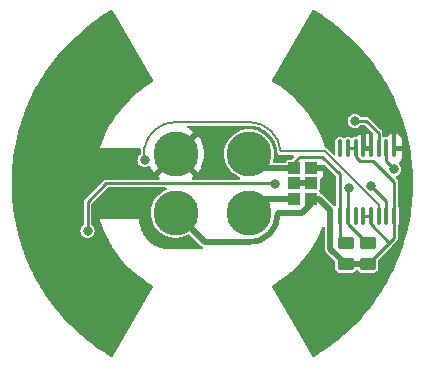
<source format=gbr>
%TF.GenerationSoftware,KiCad,Pcbnew,(7.0.0)*%
%TF.CreationDate,2024-02-03T20:32:24+01:00*%
%TF.ProjectId,Helios_rcv_01xx,48656c69-6f73-45f7-9263-765f30317878,rev?*%
%TF.SameCoordinates,PX9d5b340PY5f5e100*%
%TF.FileFunction,Copper,L2,Bot*%
%TF.FilePolarity,Positive*%
%FSLAX46Y46*%
G04 Gerber Fmt 4.6, Leading zero omitted, Abs format (unit mm)*
G04 Created by KiCad (PCBNEW (7.0.0)) date 2024-02-03 20:32:24*
%MOMM*%
%LPD*%
G01*
G04 APERTURE LIST*
G04 Aperture macros list*
%AMRoundRect*
0 Rectangle with rounded corners*
0 $1 Rounding radius*
0 $2 $3 $4 $5 $6 $7 $8 $9 X,Y pos of 4 corners*
0 Add a 4 corners polygon primitive as box body*
4,1,4,$2,$3,$4,$5,$6,$7,$8,$9,$2,$3,0*
0 Add four circle primitives for the rounded corners*
1,1,$1+$1,$2,$3*
1,1,$1+$1,$4,$5*
1,1,$1+$1,$6,$7*
1,1,$1+$1,$8,$9*
0 Add four rect primitives between the rounded corners*
20,1,$1+$1,$2,$3,$4,$5,0*
20,1,$1+$1,$4,$5,$6,$7,0*
20,1,$1+$1,$6,$7,$8,$9,0*
20,1,$1+$1,$8,$9,$2,$3,0*%
G04 Aperture macros list end*
%TA.AperFunction,SMDPad,CuDef*%
%ADD10RoundRect,0.250000X0.450000X-0.262500X0.450000X0.262500X-0.450000X0.262500X-0.450000X-0.262500X0*%
%TD*%
%TA.AperFunction,SMDPad,CuDef*%
%ADD11R,1.000000X1.000000*%
%TD*%
%TA.AperFunction,SMDPad,CuDef*%
%ADD12RoundRect,0.100000X-0.100000X0.637500X-0.100000X-0.637500X0.100000X-0.637500X0.100000X0.637500X0*%
%TD*%
%TA.AperFunction,ComponentPad*%
%ADD13C,3.800000*%
%TD*%
%TA.AperFunction,ViaPad*%
%ADD14C,0.800000*%
%TD*%
%TA.AperFunction,Conductor*%
%ADD15C,0.250000*%
%TD*%
%TA.AperFunction,Conductor*%
%ADD16C,0.500000*%
%TD*%
%TA.AperFunction,Conductor*%
%ADD17C,0.200000*%
%TD*%
G04 APERTURE END LIST*
D10*
%TO.P,R5,1*%
%TO.N,VCC*%
X13150000Y-6862500D03*
%TO.P,R5,2*%
%TO.N,SDA*%
X13150000Y-5037500D03*
%TD*%
D11*
%TO.P,JP2,1,A*%
%TO.N,SCL*%
X6949999Y1299999D03*
%TO.P,JP2,2,C*%
%TO.N,Net-(JP1-C)*%
X6949999Y0D03*
%TO.P,JP2,3,B*%
%TO.N,SDA*%
X6949999Y-1299999D03*
%TD*%
D12*
%TO.P,U2,1,A0*%
%TO.N,unconnected-(U2-A0-Pad1)*%
X10825000Y2962500D03*
%TO.P,U2,2,A1*%
%TO.N,VCC*%
X11475000Y2962500D03*
%TO.P,U2,3,~{RESET}*%
X12125000Y2962500D03*
%TO.P,U2,4,DGND*%
%TO.N,GND*%
X12775000Y2962500D03*
%TO.P,U2,5,AVSS*%
X13425000Y2962500D03*
%TO.P,U2,6,AIN3*%
%TO.N,F3*%
X14075000Y2962500D03*
%TO.P,U2,7,AIN2*%
%TO.N,F2*%
X14725000Y2962500D03*
%TO.P,U2,8,REFN*%
%TO.N,GND*%
X15375000Y2962500D03*
%TO.P,U2,9,REFP*%
%TO.N,VCC*%
X15375000Y-2762500D03*
%TO.P,U2,10,AIN1*%
%TO.N,F1*%
X14725000Y-2762500D03*
%TO.P,U2,11,AIN0*%
%TO.N,F0*%
X14075000Y-2762500D03*
%TO.P,U2,12,AVDD*%
%TO.N,VCC*%
X13425000Y-2762500D03*
%TO.P,U2,13,DVDD*%
X12775000Y-2762500D03*
%TO.P,U2,14,~{DRDY}*%
%TO.N,unconnected-(U2-~{DRDY}-Pad14)*%
X12125000Y-2762500D03*
%TO.P,U2,15,SDA*%
%TO.N,SDA*%
X11475000Y-2762500D03*
%TO.P,U2,16,SCL*%
%TO.N,SCL*%
X10825000Y-2762500D03*
%TD*%
D10*
%TO.P,R4,1*%
%TO.N,VCC*%
X11300000Y-6862500D03*
%TO.P,R4,2*%
%TO.N,SCL*%
X11300000Y-5037500D03*
%TD*%
D11*
%TO.P,JP1,1,A*%
%TO.N,GND*%
X8382499Y1299999D03*
%TO.P,JP1,2,C*%
%TO.N,Net-(JP1-C)*%
X8382499Y0D03*
%TO.P,JP1,3,B*%
%TO.N,VCC*%
X8382499Y-1299999D03*
%TD*%
D13*
%TO.P,J2,1,Pin_1*%
%TO.N,SCL*%
X3100000Y2500000D03*
%TO.P,J2,2,Pin_2*%
%TO.N,SDA*%
X3100000Y-2500000D03*
%TD*%
%TO.P,J1,1,Pin_1*%
%TO.N,GND*%
X-3100000Y2500000D03*
%TO.P,J1,2,Pin_2*%
%TO.N,VCC*%
X-3100000Y-2500000D03*
%TD*%
D14*
%TO.N,GND*%
X15086000Y5004000D03*
X9879000Y559000D03*
%TO.N,SDA*%
X11549500Y-400500D03*
%TO.N,F0*%
X-5742000Y1956000D03*
%TO.N,F1*%
X-10568000Y-4013000D03*
X5285977Y-19939D03*
X13440372Y-235128D03*
%TO.N,F2*%
X15396000Y1194000D03*
%TO.N,F3*%
X12050000Y5300000D03*
%TD*%
D15*
%TO.N,SCL*%
X6950000Y1800000D02*
X6950000Y1300000D01*
X10825000Y756000D02*
X9306000Y2275000D01*
X10825000Y-2762500D02*
X10825000Y756000D01*
X7425000Y2275000D02*
X6950000Y1800000D01*
X10825000Y-2762500D02*
X10825000Y-4562500D01*
D16*
X4300000Y1300000D02*
X3100000Y2500000D01*
D15*
X10825000Y-4562500D02*
X11300000Y-5037500D01*
D16*
X6950000Y1300000D02*
X4300000Y1300000D01*
D15*
X9306000Y2275000D02*
X7425000Y2275000D01*
D16*
%TO.N,SDA*%
X6950000Y-1300000D02*
X4300000Y-1300000D01*
D15*
X13061459Y-5037500D02*
X13150000Y-5037500D01*
X11475000Y-2762500D02*
X11475000Y-3451041D01*
X11549500Y-400500D02*
X11475000Y-475000D01*
X11475000Y-3451041D02*
X13061459Y-5037500D01*
D16*
X4300000Y-1300000D02*
X3100000Y-2500000D01*
D15*
X11475000Y-475000D02*
X11475000Y-2762500D01*
D16*
%TO.N,Net-(JP1-C)*%
X6950000Y0D02*
X8382500Y0D01*
%TO.N,VCC*%
X9050000Y-1300000D02*
X10000000Y-2250000D01*
D15*
X14981250Y-5007291D02*
X14981250Y-5031250D01*
D16*
X-3100000Y-2500000D02*
X-600000Y-5000000D01*
X7600000Y-2550000D02*
X5550000Y-2550000D01*
D15*
X15375000Y-2762500D02*
X15375000Y-4637500D01*
X12125000Y2962500D02*
X12125000Y2273959D01*
D16*
X10000000Y-5562500D02*
X11300000Y-6862500D01*
D15*
X15375000Y143000D02*
X15375000Y-2762500D01*
X15375000Y-4637500D02*
X14981250Y-5031250D01*
D16*
X11300000Y-6862500D02*
X13150000Y-6862500D01*
D15*
X13425000Y-2762500D02*
X13425000Y-3451041D01*
X14981250Y-5031250D02*
X13150000Y-6862500D01*
X13425000Y-3451041D02*
X14981250Y-5007291D01*
D16*
X8382500Y-1300000D02*
X8382500Y-1767500D01*
X10000000Y-2250000D02*
X10000000Y-5562500D01*
D15*
X13618000Y1900000D02*
X15375000Y143000D01*
X12775000Y-2762500D02*
X13425000Y-2762500D01*
X12125000Y2962500D02*
X11475000Y2962500D01*
D16*
X8382500Y-1300000D02*
X9050000Y-1300000D01*
D15*
X12498959Y1900000D02*
X13618000Y1900000D01*
D16*
X-600000Y-5000000D02*
X3100000Y-5000000D01*
X8382500Y-1767500D02*
X7600000Y-2550000D01*
D15*
X12125000Y2273959D02*
X12498959Y1900000D01*
D16*
X3100000Y-5000000D02*
G75*
G03*
X5550000Y-2550000I0J2450000D01*
G01*
D17*
%TO.N,F0*%
X-5758291Y1972291D02*
X-5758291Y2987150D01*
X-5742000Y1956000D02*
X-5758291Y1972291D01*
X-3084006Y5200000D02*
X3100000Y5200000D01*
X14075000Y-1859000D02*
X14075000Y-2762500D01*
X9516000Y2700000D02*
X14075000Y-1859000D01*
X5800000Y2700000D02*
X9516000Y2700000D01*
X-3100000Y5200021D02*
G75*
G03*
X-5758290Y2987150I2000J-2705521D01*
G01*
X5792888Y2695846D02*
G75*
G03*
X3100000Y5200000I-2692888J-195846D01*
G01*
D15*
%TO.N,F1*%
X14725000Y-1519756D02*
X14725000Y-2762500D01*
X5285977Y-19939D02*
X5285977Y-12932D01*
X-8973924Y-5924D02*
X-10568000Y-1600000D01*
X13440372Y-235128D02*
X14725000Y-1519756D01*
X-10568000Y-1600000D02*
X-10568000Y-4013000D01*
X5285977Y-19939D02*
X5271962Y-5924D01*
X5285977Y-12932D02*
X5278969Y-5924D01*
X5271962Y-5924D02*
X-8973924Y-5924D01*
%TO.N,F2*%
X15396000Y1194000D02*
X14725000Y1865000D01*
X14725000Y1865000D02*
X14725000Y2962500D01*
%TO.N,F3*%
X13050000Y5300000D02*
X12050000Y5300000D01*
X14075000Y2962500D02*
X14075000Y4275000D01*
X14075000Y4275000D02*
X13050000Y5300000D01*
%TD*%
%TA.AperFunction,Conductor*%
%TO.N,GND*%
G36*
X-8471056Y14664506D02*
G01*
X-8424854Y14618594D01*
X-5036826Y8739369D01*
X-5020263Y8677355D01*
X-5036927Y8615368D01*
X-5082352Y8570018D01*
X-5219400Y8491045D01*
X-5219430Y8491027D01*
X-5220939Y8490157D01*
X-5222400Y8489201D01*
X-5222418Y8489189D01*
X-5695358Y8179418D01*
X-5695391Y8179396D01*
X-5696846Y8178442D01*
X-5698266Y8177392D01*
X-5698281Y8177381D01*
X-6152766Y7841139D01*
X-6152800Y7841113D01*
X-6154194Y7840081D01*
X-6155533Y7838968D01*
X-6155562Y7838944D01*
X-6590122Y7477316D01*
X-6590134Y7477306D01*
X-6591490Y7476177D01*
X-6592784Y7474970D01*
X-6592794Y7474960D01*
X-7006004Y7089139D01*
X-7006035Y7089109D01*
X-7007312Y7087916D01*
X-7008517Y7086655D01*
X-7008543Y7086629D01*
X-7399088Y6677836D01*
X-7399108Y6677815D01*
X-7400304Y6676562D01*
X-7401432Y6675239D01*
X-7401447Y6675221D01*
X-7768037Y6244804D01*
X-7768053Y6244785D01*
X-7769185Y6243455D01*
X-7770237Y6242068D01*
X-7770260Y6242038D01*
X-8111674Y5791434D01*
X-8112754Y5790008D01*
X-8113744Y5788534D01*
X-8113748Y5788528D01*
X-8428911Y5319158D01*
X-8428922Y5319142D01*
X-8429892Y5317696D01*
X-8430785Y5316188D01*
X-8430786Y5316185D01*
X-8716447Y4833329D01*
X-8719565Y4828059D01*
X-8720359Y4826525D01*
X-8720368Y4826507D01*
X-8980023Y4324253D01*
X-8980829Y4322693D01*
X-8981542Y4321098D01*
X-8981551Y4321078D01*
X-9212115Y3804855D01*
X-9212127Y3804827D01*
X-9212834Y3803243D01*
X-9213452Y3801618D01*
X-9213459Y3801599D01*
X-9410066Y3283928D01*
X-9414823Y3271402D01*
X-9415350Y3269734D01*
X-9415357Y3269713D01*
X-9495704Y3015266D01*
X-9495704Y3015264D01*
X-9500466Y3000183D01*
X-9500541Y3000000D01*
X-9500532Y2999978D01*
X-9500627Y2999674D01*
X-9500175Y2999532D01*
X-9500099Y2999500D01*
X-9500076Y2999500D01*
X-9499674Y2999373D01*
X-9499634Y2999500D01*
X-6200500Y2999500D01*
X-6199901Y2999500D01*
X-6199500Y2999500D01*
X-6199500Y2999901D01*
X-6199459Y3000000D01*
X-6199496Y3000088D01*
X-6199487Y3000257D01*
X-6158599Y3001594D01*
X-6107304Y2978352D01*
X-6071579Y2934821D01*
X-6058791Y2879977D01*
X-6058791Y2530982D01*
X-6071579Y2476138D01*
X-6107305Y2432606D01*
X-6163836Y2389229D01*
X-6163840Y2389226D01*
X-6170282Y2384282D01*
X-6175226Y2377840D01*
X-6175229Y2377836D01*
X-6261589Y2265289D01*
X-6261592Y2265286D01*
X-6266536Y2258841D01*
X-6269645Y2251338D01*
X-6269646Y2251334D01*
X-6323934Y2120272D01*
X-6323936Y2120267D01*
X-6327044Y2112762D01*
X-6328104Y2104711D01*
X-6328106Y2104703D01*
X-6341912Y1999826D01*
X-6347682Y1956000D01*
X-6346621Y1947941D01*
X-6328106Y1807298D01*
X-6328105Y1807292D01*
X-6327044Y1799238D01*
X-6323935Y1791732D01*
X-6323934Y1791729D01*
X-6277608Y1679888D01*
X-6266536Y1653159D01*
X-6170282Y1527718D01*
X-6044841Y1431464D01*
X-5898762Y1370956D01*
X-5742000Y1350318D01*
X-5585238Y1370956D01*
X-5439159Y1431464D01*
X-5422043Y1444599D01*
X-5372184Y1467546D01*
X-5317298Y1466722D01*
X-5268145Y1442283D01*
X-5234359Y1399020D01*
X-5208953Y1345030D01*
X-5205209Y1338219D01*
X-5047570Y1089819D01*
X-5042994Y1083521D01*
X-4975727Y1002210D01*
X-4964425Y994442D01*
X-4952443Y1001112D01*
X-3453553Y2500000D01*
X-2741569Y2500000D01*
X-2734905Y2488458D01*
X-1247559Y1001112D01*
X-1235576Y994442D01*
X-1224277Y1002207D01*
X-1157003Y1083526D01*
X-1152432Y1089818D01*
X-994793Y1338218D01*
X-991051Y1345024D01*
X-865782Y1611235D01*
X-862922Y1618459D01*
X-772010Y1898255D01*
X-770074Y1905794D01*
X-714947Y2194780D01*
X-713973Y2202500D01*
X-695500Y2496106D01*
X-695500Y2503894D01*
X-713973Y2797501D01*
X-714947Y2805221D01*
X-770074Y3094207D01*
X-772010Y3101746D01*
X-862922Y3381542D01*
X-865782Y3388766D01*
X-991051Y3654977D01*
X-994793Y3661783D01*
X-1152431Y3910182D01*
X-1157007Y3916480D01*
X-1224275Y3997792D01*
X-1235577Y4005560D01*
X-1247559Y3998890D01*
X-2734905Y2511543D01*
X-2741569Y2500000D01*
X-3453553Y2500000D01*
X-3100000Y2853553D01*
X-1596073Y4357482D01*
X-1590169Y4366706D01*
X-1597440Y4374889D01*
X-1808321Y4528103D01*
X-1814885Y4532268D01*
X-2059666Y4666838D01*
X-2106261Y4711710D01*
X-2123918Y4773942D01*
X-2107831Y4836598D01*
X-2062377Y4882627D01*
X-1999928Y4899500D01*
X3052405Y4899500D01*
X3096430Y4899500D01*
X3103571Y4899294D01*
X3368790Y4883995D01*
X3382950Y4882356D01*
X3641142Y4837273D01*
X3655031Y4834013D01*
X3906314Y4759543D01*
X3919743Y4754706D01*
X4160800Y4651832D01*
X4173576Y4645486D01*
X4320962Y4561371D01*
X4401190Y4515584D01*
X4413167Y4507802D01*
X4624337Y4352585D01*
X4635339Y4343478D01*
X4748147Y4238575D01*
X4827256Y4165011D01*
X4837138Y4154698D01*
X4860596Y4127210D01*
X4955204Y4016346D01*
X5007259Y3955348D01*
X5015887Y3943970D01*
X5152919Y3739842D01*
X5161956Y3726381D01*
X5169220Y3714086D01*
X5181501Y3690262D01*
X5289304Y3481133D01*
X5295106Y3468082D01*
X5387602Y3222876D01*
X5391865Y3209244D01*
X5455551Y2955027D01*
X5458218Y2940996D01*
X5492717Y2677571D01*
X5493440Y2670465D01*
X5495873Y2637007D01*
X5496632Y2626580D01*
X5532536Y2538422D01*
X5551598Y2515833D01*
X5568523Y2495775D01*
X5593925Y2465673D01*
X5674790Y2415456D01*
X5767216Y2392685D01*
X5856421Y2399174D01*
X5865416Y2399500D01*
X6789811Y2399500D01*
X6846106Y2385985D01*
X6890129Y2348385D01*
X6912284Y2294898D01*
X6907742Y2237182D01*
X6877493Y2187821D01*
X6802435Y2112762D01*
X6733714Y2044041D01*
X6725744Y2036738D01*
X6719589Y2031574D01*
X6717614Y2029915D01*
X6717137Y2029515D01*
X6679840Y2007979D01*
X6637426Y2000500D01*
X6430252Y2000500D01*
X6424277Y1999312D01*
X6424271Y1999311D01*
X6383747Y1991250D01*
X6383745Y1991250D01*
X6371769Y1988867D01*
X6361618Y1982085D01*
X6361615Y1982083D01*
X6315601Y1951337D01*
X6315598Y1951335D01*
X6305448Y1944552D01*
X6298665Y1934402D01*
X6298663Y1934399D01*
X6267917Y1888385D01*
X6267915Y1888382D01*
X6261133Y1878231D01*
X6258750Y1866255D01*
X6258750Y1866253D01*
X6255579Y1850309D01*
X6232338Y1799014D01*
X6188806Y1763288D01*
X6133962Y1750500D01*
X5238508Y1750500D01*
X5181460Y1764402D01*
X5137204Y1802991D01*
X5115663Y1857615D01*
X5121667Y1916024D01*
X5127334Y1931968D01*
X5185798Y2213314D01*
X5205408Y2500000D01*
X5185798Y2786686D01*
X5127334Y3068032D01*
X5031104Y3338797D01*
X4898901Y3593936D01*
X4756143Y3796179D01*
X4735633Y3825236D01*
X4735630Y3825239D01*
X4733189Y3828698D01*
X4575266Y3997792D01*
X4539940Y4035617D01*
X4539938Y4035619D01*
X4537053Y4038708D01*
X4533771Y4041378D01*
X4533768Y4041381D01*
X4317429Y4217385D01*
X4317428Y4217386D01*
X4314147Y4220055D01*
X4176423Y4303807D01*
X4072243Y4367161D01*
X4072241Y4367162D01*
X4068625Y4369361D01*
X4064745Y4371047D01*
X4064738Y4371050D01*
X3808939Y4482159D01*
X3808929Y4482163D01*
X3805058Y4483844D01*
X3767269Y4494432D01*
X3532437Y4560229D01*
X3532424Y4560232D01*
X3528358Y4561371D01*
X3524168Y4561947D01*
X3524158Y4561949D01*
X3247875Y4599924D01*
X3247862Y4599925D01*
X3243678Y4600500D01*
X2956322Y4600500D01*
X2952138Y4599925D01*
X2952124Y4599924D01*
X2675841Y4561949D01*
X2675828Y4561947D01*
X2671642Y4561371D01*
X2667577Y4560233D01*
X2667562Y4560229D01*
X2399013Y4484985D01*
X2399008Y4484984D01*
X2394942Y4483844D01*
X2391075Y4482165D01*
X2391060Y4482159D01*
X2135261Y4371050D01*
X2135248Y4371044D01*
X2131375Y4369361D01*
X2127764Y4367166D01*
X2127756Y4367161D01*
X1889465Y4222252D01*
X1889460Y4222249D01*
X1885853Y4220055D01*
X1882578Y4217391D01*
X1882570Y4217385D01*
X1666231Y4041381D01*
X1666220Y4041372D01*
X1662947Y4038708D01*
X1660068Y4035626D01*
X1660059Y4035617D01*
X1469699Y3831791D01*
X1469694Y3831786D01*
X1466811Y3828698D01*
X1464375Y3825248D01*
X1464366Y3825236D01*
X1303545Y3597402D01*
X1303541Y3597397D01*
X1301099Y3593936D01*
X1299153Y3590182D01*
X1299149Y3590174D01*
X1170845Y3342560D01*
X1170840Y3342550D01*
X1168896Y3338797D01*
X1167479Y3334812D01*
X1167475Y3334801D01*
X1074085Y3072026D01*
X1072666Y3068032D01*
X1071804Y3063887D01*
X1071803Y3063881D01*
X1015063Y2790833D01*
X1015061Y2790823D01*
X1014202Y2786686D01*
X1013913Y2782471D01*
X1013913Y2782466D01*
X997220Y2538422D01*
X994592Y2500000D01*
X994881Y2495775D01*
X1013875Y2218086D01*
X1014202Y2213314D01*
X1015061Y2209176D01*
X1015063Y2209168D01*
X1056246Y2010986D01*
X1072666Y1931968D01*
X1074084Y1927977D01*
X1074085Y1927975D01*
X1164112Y1674662D01*
X1168896Y1661203D01*
X1170843Y1657445D01*
X1170845Y1657441D01*
X1250721Y1503289D01*
X1301099Y1406064D01*
X1303545Y1402599D01*
X1464366Y1174765D01*
X1464370Y1174760D01*
X1466811Y1171302D01*
X1469699Y1168210D01*
X1625757Y1001112D01*
X1662947Y961292D01*
X1666228Y958623D01*
X1666231Y958620D01*
X1749152Y891159D01*
X1885853Y779945D01*
X2131375Y630639D01*
X2271415Y569811D01*
X2300196Y557310D01*
X2352098Y515084D01*
X2374505Y452038D01*
X2360892Y386528D01*
X2315222Y337628D01*
X2250794Y319576D01*
X-1636341Y319576D01*
X-1696078Y334914D01*
X-1741038Y377133D01*
X-1760096Y435790D01*
X-1748540Y496372D01*
X-1709227Y543894D01*
X-1597440Y625113D01*
X-1590169Y633296D01*
X-1596073Y642520D01*
X-3088458Y2134905D01*
X-3100000Y2141569D01*
X-3111543Y2134905D01*
X-4603929Y642520D01*
X-4609833Y633296D01*
X-4602562Y625113D01*
X-4490774Y543894D01*
X-4451461Y496372D01*
X-4439905Y435790D01*
X-4458963Y377133D01*
X-4503923Y334914D01*
X-4563660Y319576D01*
X-8954297Y319576D01*
X-8965105Y320048D01*
X-8991925Y322395D01*
X-8991928Y322395D01*
X-9002731Y323340D01*
X-9039227Y313562D01*
X-9049775Y311223D01*
X-9076289Y306548D01*
X-9076293Y306547D01*
X-9086969Y304664D01*
X-9096358Y299245D01*
X-9099806Y297989D01*
X-9103136Y296437D01*
X-9113608Y293630D01*
X-9144553Y271964D01*
X-9153660Y266162D01*
X-9176984Y252696D01*
X-9176990Y252692D01*
X-9186379Y247270D01*
X-9193350Y238964D01*
X-9193351Y238962D01*
X-9210662Y218332D01*
X-9217968Y210360D01*
X-10784286Y-1355958D01*
X-10792258Y-1363264D01*
X-10812886Y-1380573D01*
X-10812888Y-1380574D01*
X-10821194Y-1387545D01*
X-10826616Y-1396934D01*
X-10826620Y-1396940D01*
X-10840086Y-1420264D01*
X-10845888Y-1429371D01*
X-10867554Y-1460316D01*
X-10870361Y-1470788D01*
X-10871913Y-1474118D01*
X-10873169Y-1477566D01*
X-10878588Y-1486955D01*
X-10880471Y-1497631D01*
X-10880472Y-1497635D01*
X-10885147Y-1524149D01*
X-10887486Y-1534697D01*
X-10897264Y-1571193D01*
X-10896319Y-1581996D01*
X-10896319Y-1581999D01*
X-10893972Y-1608819D01*
X-10893500Y-1619627D01*
X-10893500Y-3444701D01*
X-10906288Y-3499545D01*
X-10942014Y-3543077D01*
X-10989836Y-3579771D01*
X-10989840Y-3579774D01*
X-10996282Y-3584718D01*
X-11001226Y-3591160D01*
X-11001229Y-3591164D01*
X-11087589Y-3703711D01*
X-11087592Y-3703714D01*
X-11092536Y-3710159D01*
X-11095645Y-3717662D01*
X-11095646Y-3717666D01*
X-11149934Y-3848728D01*
X-11149936Y-3848733D01*
X-11153044Y-3856238D01*
X-11154104Y-3864289D01*
X-11154106Y-3864297D01*
X-11172298Y-4002482D01*
X-11173682Y-4013000D01*
X-11172621Y-4021059D01*
X-11154106Y-4161702D01*
X-11154105Y-4161708D01*
X-11153044Y-4169762D01*
X-11149935Y-4177268D01*
X-11149934Y-4177271D01*
X-11095831Y-4307887D01*
X-11092536Y-4315841D01*
X-10996282Y-4441282D01*
X-10870841Y-4537536D01*
X-10724762Y-4598044D01*
X-10568000Y-4618682D01*
X-10411238Y-4598044D01*
X-10265159Y-4537536D01*
X-10139718Y-4441282D01*
X-10043464Y-4315841D01*
X-9982956Y-4169762D01*
X-9962318Y-4013000D01*
X-9982956Y-3856238D01*
X-10043464Y-3710159D01*
X-10139718Y-3584718D01*
X-10155296Y-3572765D01*
X-10193986Y-3543077D01*
X-10229712Y-3499545D01*
X-10242500Y-3444701D01*
X-10242500Y-1786188D01*
X-10233061Y-1738735D01*
X-10206181Y-1698507D01*
X-8875417Y-367743D01*
X-8835189Y-340863D01*
X-8787736Y-331424D01*
X-3976483Y-331424D01*
X-3912055Y-349476D01*
X-3866385Y-398376D01*
X-3852772Y-463886D01*
X-3875179Y-526932D01*
X-3927081Y-569158D01*
X-4064739Y-628950D01*
X-4064752Y-628956D01*
X-4068625Y-630639D01*
X-4072236Y-632834D01*
X-4072244Y-632839D01*
X-4310535Y-777748D01*
X-4310540Y-777751D01*
X-4314147Y-779945D01*
X-4317422Y-782609D01*
X-4317430Y-782615D01*
X-4533769Y-958619D01*
X-4533780Y-958628D01*
X-4537053Y-961292D01*
X-4539932Y-964374D01*
X-4539941Y-964383D01*
X-4730301Y-1168209D01*
X-4730306Y-1168214D01*
X-4733189Y-1171302D01*
X-4735625Y-1174752D01*
X-4735634Y-1174764D01*
X-4896455Y-1402598D01*
X-4896459Y-1402603D01*
X-4898901Y-1406064D01*
X-4900847Y-1409818D01*
X-4900851Y-1409826D01*
X-5029155Y-1657440D01*
X-5029160Y-1657450D01*
X-5031104Y-1661203D01*
X-5032521Y-1665188D01*
X-5032525Y-1665199D01*
X-5125497Y-1926798D01*
X-5127334Y-1931968D01*
X-5128196Y-1936113D01*
X-5128197Y-1936119D01*
X-5184937Y-2209167D01*
X-5184939Y-2209177D01*
X-5185798Y-2213314D01*
X-5186087Y-2217529D01*
X-5186087Y-2217534D01*
X-5201339Y-2440512D01*
X-5205408Y-2500000D01*
X-5185798Y-2786686D01*
X-5184939Y-2790824D01*
X-5184937Y-2790832D01*
X-5130470Y-3052942D01*
X-5127334Y-3068032D01*
X-5125916Y-3072023D01*
X-5125915Y-3072025D01*
X-5041269Y-3310197D01*
X-5031104Y-3338797D01*
X-5029157Y-3342555D01*
X-5029155Y-3342559D01*
X-4900851Y-3590173D01*
X-4898901Y-3593936D01*
X-4896455Y-3597401D01*
X-4735634Y-3825235D01*
X-4735630Y-3825240D01*
X-4733189Y-3828698D01*
X-4537053Y-4038708D01*
X-4533772Y-4041377D01*
X-4533769Y-4041380D01*
X-4494423Y-4073390D01*
X-4314147Y-4220055D01*
X-4068625Y-4369361D01*
X-4064740Y-4371048D01*
X-4064739Y-4371049D01*
X-3850323Y-4464183D01*
X-3805058Y-4483844D01*
X-3613427Y-4537536D01*
X-3532438Y-4560228D01*
X-3532436Y-4560228D01*
X-3528358Y-4561371D01*
X-3243678Y-4600500D01*
X-2960559Y-4600500D01*
X-2956322Y-4600500D01*
X-2671642Y-4561371D01*
X-2394942Y-4483844D01*
X-2131375Y-4369361D01*
X-2050667Y-4320280D01*
X-1998920Y-4302878D01*
X-1944713Y-4309387D01*
X-1898557Y-4338547D01*
X-941370Y-5295733D01*
X-932104Y-5306101D01*
X-928019Y-5311224D01*
X-909879Y-5333970D01*
X-902202Y-5339204D01*
X-902201Y-5339205D01*
X-868091Y-5362461D01*
X-827020Y-5409487D01*
X-814071Y-5470565D01*
X-832527Y-5530211D01*
X-877708Y-5573303D01*
X-938161Y-5588915D01*
X-2419981Y-5586297D01*
X-2419982Y-5586296D01*
X-2419982Y-5586297D01*
X-3499766Y-5583889D01*
X-3499934Y-5583888D01*
X-3499934Y-5583867D01*
X-3500344Y-5583884D01*
X-3501203Y-5583877D01*
X-3613111Y-5582330D01*
X-3613659Y-5582321D01*
X-3798013Y-5578957D01*
X-3811676Y-5577951D01*
X-3947370Y-5560379D01*
X-3948999Y-5560157D01*
X-4104388Y-5537936D01*
X-4116760Y-5535520D01*
X-4254790Y-5501193D01*
X-4257440Y-5500502D01*
X-4403664Y-5460689D01*
X-4414609Y-5457156D01*
X-4477921Y-5433420D01*
X-4549775Y-5406481D01*
X-4553346Y-5405079D01*
X-4691588Y-5348312D01*
X-4701046Y-5343955D01*
X-4830446Y-5277630D01*
X-4834792Y-5275292D01*
X-4964035Y-5202414D01*
X-4971973Y-5197536D01*
X-5093414Y-5116471D01*
X-5098336Y-5113010D01*
X-5181613Y-5051364D01*
X-5217162Y-5025048D01*
X-5223592Y-5019949D01*
X-5335159Y-4925297D01*
X-5340406Y-4920580D01*
X-5447361Y-4818714D01*
X-5452360Y-4813671D01*
X-5552342Y-4706838D01*
X-5557730Y-4700683D01*
X-5651373Y-4586283D01*
X-5655077Y-4581527D01*
X-5656855Y-4579125D01*
X-5741978Y-4464155D01*
X-5747208Y-4456507D01*
X-5826294Y-4330965D01*
X-5828832Y-4326753D01*
X-5828928Y-4326587D01*
X-5901399Y-4200706D01*
X-5906211Y-4191471D01*
X-5969628Y-4056192D01*
X-5971203Y-4052693D01*
X-5984855Y-4021059D01*
X-6028415Y-3920125D01*
X-6032471Y-3909381D01*
X-6079388Y-3765183D01*
X-6080163Y-3762712D01*
X-6121191Y-3626450D01*
X-6124205Y-3614214D01*
X-6153982Y-3460024D01*
X-6154232Y-3458685D01*
X-6178430Y-3323795D01*
X-6180100Y-3310197D01*
X-6192638Y-3123084D01*
X-6199511Y-3013343D01*
X-6199459Y-3013217D01*
X-6199501Y-3013116D01*
X-6199503Y-3012715D01*
X-6199903Y-3012717D01*
X-6216086Y-3012728D01*
X-6216088Y-3012728D01*
X-9531312Y-3015106D01*
X-9531313Y-3015106D01*
X-9549099Y-3015119D01*
X-9549139Y-3014993D01*
X-9549542Y-3015119D01*
X-9549564Y-3015120D01*
X-9549640Y-3015151D01*
X-9550092Y-3015294D01*
X-9549997Y-3015597D01*
X-9550006Y-3015620D01*
X-9549937Y-3015788D01*
X-9545263Y-3030590D01*
X-9545263Y-3030592D01*
X-9472404Y-3261322D01*
X-9463841Y-3288439D01*
X-9463212Y-3290095D01*
X-9463211Y-3290098D01*
X-9281594Y-3768298D01*
X-9260795Y-3823060D01*
X-9260083Y-3824655D01*
X-9260076Y-3824671D01*
X-9156670Y-4056192D01*
X-9027577Y-4345224D01*
X-9026771Y-4346783D01*
X-8785611Y-4813259D01*
X-8764945Y-4853232D01*
X-8664213Y-5023498D01*
X-8477437Y-5339205D01*
X-8473756Y-5345426D01*
X-8472789Y-5346867D01*
X-8472784Y-5346874D01*
X-8227652Y-5711943D01*
X-8154958Y-5820204D01*
X-8153901Y-5821599D01*
X-8153891Y-5821613D01*
X-7982734Y-6047505D01*
X-7809590Y-6276020D01*
X-7808446Y-6277363D01*
X-7445795Y-6703148D01*
X-7438777Y-6711387D01*
X-7043728Y-7124887D01*
X-6625729Y-7515174D01*
X-6624367Y-7516307D01*
X-6624364Y-7516310D01*
X-6187509Y-7879838D01*
X-6187498Y-7879846D01*
X-6186142Y-7880975D01*
X-5726400Y-8221098D01*
X-5724940Y-8222054D01*
X-5724926Y-8222064D01*
X-5411086Y-8427620D01*
X-5248001Y-8534436D01*
X-5246458Y-8535325D01*
X-5108130Y-8615034D01*
X-5062703Y-8660384D01*
X-5046039Y-8722373D01*
X-5062603Y-8784388D01*
X-8424853Y-14618596D01*
X-8471056Y-14664507D01*
X-8534153Y-14680667D01*
X-8596737Y-14662617D01*
X-9177090Y-14309552D01*
X-9182061Y-14306363D01*
X-9663178Y-13981304D01*
X-9663228Y-13981270D01*
X-9854768Y-13851395D01*
X-9859387Y-13848105D01*
X-10272927Y-13539031D01*
X-10273201Y-13538826D01*
X-10510405Y-13360518D01*
X-10514776Y-13357076D01*
X-10891369Y-13046599D01*
X-10891740Y-13046292D01*
X-11141641Y-12838632D01*
X-11145737Y-12835074D01*
X-11145748Y-12835064D01*
X-11495746Y-12517338D01*
X-11495978Y-12517126D01*
X-11747020Y-12286938D01*
X-11750813Y-12283308D01*
X-12078228Y-11956320D01*
X-12078761Y-11955785D01*
X-12325074Y-11706778D01*
X-12328620Y-11703041D01*
X-12635472Y-11365910D01*
X-12636070Y-11365248D01*
X-12874541Y-11099425D01*
X-12874543Y-11099423D01*
X-12874553Y-11099411D01*
X-12877775Y-11095670D01*
X-13165140Y-10748039D01*
X-13165665Y-10747398D01*
X-13394082Y-10466353D01*
X-13397082Y-10462510D01*
X-13595446Y-10197824D01*
X-13665367Y-10104525D01*
X-13665915Y-10103786D01*
X-13882520Y-9809014D01*
X-13885245Y-9805153D01*
X-14066088Y-9538243D01*
X-14134617Y-9437099D01*
X-14135225Y-9436191D01*
X-14338729Y-9128919D01*
X-14341162Y-9125094D01*
X-14571471Y-8747635D01*
X-14572215Y-8746400D01*
X-14613600Y-8676765D01*
X-14761668Y-8427620D01*
X-14763824Y-8423837D01*
X-14975038Y-8037412D01*
X-14975765Y-8036061D01*
X-14998277Y-7993598D01*
X-15150275Y-7706890D01*
X-15152229Y-7703043D01*
X-15214245Y-7575500D01*
X-15344154Y-7308327D01*
X-15344866Y-7306835D01*
X-15503736Y-6968255D01*
X-15505452Y-6964433D01*
X-15528372Y-6910959D01*
X-15677913Y-6562074D01*
X-15678518Y-6560633D01*
X-15821222Y-6213447D01*
X-15822694Y-6209692D01*
X-15828501Y-6194138D01*
X-15975409Y-5800618D01*
X-15976082Y-5798771D01*
X-15987134Y-5767649D01*
X-16101979Y-5444255D01*
X-16103222Y-5440569D01*
X-16236062Y-5025379D01*
X-16236622Y-5023574D01*
X-16345364Y-4662449D01*
X-16346354Y-4658971D01*
X-16459124Y-4238475D01*
X-16459644Y-4236465D01*
X-16550790Y-3869945D01*
X-16551605Y-3866452D01*
X-16644099Y-3441630D01*
X-16644579Y-3439312D01*
X-16717829Y-3068426D01*
X-16718440Y-3065086D01*
X-16790545Y-2636659D01*
X-16790916Y-2634298D01*
X-16846066Y-2259874D01*
X-16846498Y-2256643D01*
X-16898089Y-1825518D01*
X-16898358Y-1823030D01*
X-16935224Y-1446097D01*
X-16935491Y-1442948D01*
X-16935496Y-1442880D01*
X-16966469Y-1010191D01*
X-16966636Y-1007399D01*
X-16967295Y-993896D01*
X-16985099Y-628950D01*
X-16985205Y-626038D01*
X-16995536Y-192367D01*
X-16995571Y-189414D01*
X-16995571Y189414D01*
X-16995536Y192367D01*
X-16993272Y287409D01*
X-16985205Y626043D01*
X-16985096Y629013D01*
X-16966633Y1007452D01*
X-16966467Y1010211D01*
X-16963955Y1045298D01*
X-16935487Y1442999D01*
X-16935223Y1446115D01*
X-16898354Y1823074D01*
X-16898091Y1825498D01*
X-16846496Y2256664D01*
X-16846069Y2259856D01*
X-16790903Y2634389D01*
X-16790550Y2636625D01*
X-16718435Y3065113D01*
X-16717834Y3068402D01*
X-16644563Y3439395D01*
X-16644108Y3441588D01*
X-16551599Y3866484D01*
X-16550798Y3869916D01*
X-16459630Y4236520D01*
X-16459138Y4238424D01*
X-16346344Y4659009D01*
X-16345375Y4662416D01*
X-16236603Y5023640D01*
X-16236086Y5025302D01*
X-16103201Y5440634D01*
X-16101993Y5444218D01*
X-15976045Y5798878D01*
X-15975443Y5800529D01*
X-15822671Y6209755D01*
X-15821239Y6213407D01*
X-15678479Y6560729D01*
X-15677960Y6561966D01*
X-15505430Y6964486D01*
X-15503740Y6968247D01*
X-15344809Y7306958D01*
X-15344212Y7308209D01*
X-15152200Y7703104D01*
X-15150299Y7706845D01*
X-14975675Y8036232D01*
X-14975121Y8037261D01*
X-14763797Y8423888D01*
X-14761696Y8427574D01*
X-14572136Y8746535D01*
X-14571569Y8747476D01*
X-14341132Y9125144D01*
X-14338761Y9128871D01*
X-14135086Y9436402D01*
X-14134755Y9436897D01*
X-13885217Y9805195D01*
X-13882541Y9808988D01*
X-13665763Y10103993D01*
X-13665530Y10104308D01*
X-13397063Y10462538D01*
X-13394082Y10466355D01*
X-13394079Y10466359D01*
X-13165544Y10747548D01*
X-13165343Y10747794D01*
X-12877734Y11095721D01*
X-12874596Y11099364D01*
X-12635823Y11365525D01*
X-12328583Y11703083D01*
X-12325111Y11706742D01*
X-12078529Y11956021D01*
X-11750759Y12283363D01*
X-11747070Y12286893D01*
X-11495838Y12517255D01*
X-11145683Y12835124D01*
X-11141695Y12838588D01*
X-10891763Y13046275D01*
X-10514726Y13357118D01*
X-10510456Y13360481D01*
X-10273087Y13538913D01*
X-10272927Y13539032D01*
X-10117149Y13655460D01*
X-9859361Y13848127D01*
X-9854826Y13851357D01*
X-9663451Y13981120D01*
X-9182033Y14306383D01*
X-9177118Y14309536D01*
X-8596737Y14662618D01*
X-8534154Y14680667D01*
X-8471056Y14664506D01*
G37*
%TD.AperFunction*%
%TA.AperFunction,Conductor*%
G36*
X8595705Y14662493D02*
G01*
X9175861Y14309547D01*
X9180814Y14306370D01*
X9661641Y13981507D01*
X9661921Y13981318D01*
X9853547Y13851385D01*
X9858135Y13848117D01*
X9858149Y13848107D01*
X10271481Y13539189D01*
X10509191Y13360501D01*
X10513534Y13357080D01*
X10781164Y13136436D01*
X10889955Y13046745D01*
X10890326Y13046438D01*
X11140413Y12838624D01*
X11144501Y12835073D01*
X11494475Y12517369D01*
X11745751Y12286967D01*
X11745764Y12286955D01*
X11749585Y12283299D01*
X12076907Y11956405D01*
X12077440Y11955869D01*
X12323845Y11706769D01*
X12327391Y11703032D01*
X12634140Y11366014D01*
X12634738Y11365352D01*
X12873301Y11099425D01*
X12876573Y11095626D01*
X13163824Y10748133D01*
X13164478Y10747336D01*
X13392840Y10466359D01*
X13395840Y10462515D01*
X13664044Y10104638D01*
X13664740Y10103700D01*
X13881280Y9809016D01*
X13884013Y9805144D01*
X14133258Y9437278D01*
X14133985Y9436193D01*
X14337485Y9128926D01*
X14339954Y9125043D01*
X14570206Y8747678D01*
X14570950Y8746443D01*
X14760412Y8427650D01*
X14762623Y8423771D01*
X14973758Y8037488D01*
X14974507Y8036097D01*
X15149034Y7706893D01*
X15150994Y7703035D01*
X15342872Y7308415D01*
X15343612Y7306866D01*
X15502501Y6968247D01*
X15504217Y6964424D01*
X15676605Y6562236D01*
X15677323Y6560526D01*
X15819979Y6213456D01*
X15821458Y6209683D01*
X15974155Y5800658D01*
X15974837Y5798787D01*
X16100733Y5444275D01*
X16101984Y5440565D01*
X16234774Y5025534D01*
X16235406Y5023500D01*
X16344109Y4662505D01*
X16345143Y4658872D01*
X16457859Y4238575D01*
X16458426Y4236380D01*
X16549543Y3869979D01*
X16550370Y3866434D01*
X16642851Y3441671D01*
X16643339Y3439317D01*
X16716582Y3068460D01*
X16717212Y3065014D01*
X16789280Y2636811D01*
X16789676Y2634300D01*
X16844825Y2259885D01*
X16845271Y2256549D01*
X16896829Y1825695D01*
X16897118Y1823032D01*
X16933984Y1446099D01*
X16934257Y1442882D01*
X16965224Y1010263D01*
X16965393Y1007452D01*
X16983855Y629013D01*
X16983967Y625925D01*
X16994297Y192409D01*
X16994332Y189455D01*
X16994332Y-189455D01*
X16994297Y-192409D01*
X16983967Y-625923D01*
X16983855Y-629011D01*
X16965393Y-1007450D01*
X16965224Y-1010261D01*
X16934257Y-1442880D01*
X16933984Y-1446097D01*
X16897118Y-1823030D01*
X16896829Y-1825693D01*
X16845271Y-2256547D01*
X16844825Y-2259883D01*
X16789676Y-2634298D01*
X16789280Y-2636809D01*
X16717212Y-3065012D01*
X16716582Y-3068458D01*
X16643339Y-3439315D01*
X16642851Y-3441669D01*
X16550370Y-3866432D01*
X16549543Y-3869977D01*
X16458426Y-4236378D01*
X16457859Y-4238573D01*
X16345143Y-4658870D01*
X16344109Y-4662503D01*
X16235406Y-5023498D01*
X16234774Y-5025532D01*
X16101984Y-5440563D01*
X16100733Y-5444273D01*
X15974837Y-5798785D01*
X15974155Y-5800656D01*
X15821458Y-6209681D01*
X15819979Y-6213454D01*
X15677323Y-6560524D01*
X15676605Y-6562234D01*
X15504217Y-6964422D01*
X15502501Y-6968245D01*
X15343612Y-7306864D01*
X15342872Y-7308413D01*
X15150994Y-7703033D01*
X15149034Y-7706891D01*
X14974507Y-8036095D01*
X14973758Y-8037486D01*
X14762623Y-8423769D01*
X14760412Y-8427648D01*
X14570950Y-8746441D01*
X14570206Y-8747676D01*
X14339954Y-9125041D01*
X14337485Y-9128924D01*
X14133985Y-9436191D01*
X14133258Y-9437276D01*
X13884013Y-9805142D01*
X13881280Y-9809014D01*
X13664740Y-10103698D01*
X13664044Y-10104636D01*
X13395840Y-10462513D01*
X13392840Y-10466357D01*
X13164478Y-10747334D01*
X13163824Y-10748131D01*
X12876573Y-11095624D01*
X12873301Y-11099423D01*
X12634738Y-11365350D01*
X12634140Y-11366012D01*
X12327391Y-11703030D01*
X12323845Y-11706767D01*
X12077440Y-11955867D01*
X12076907Y-11956403D01*
X11749585Y-12283297D01*
X11745764Y-12286953D01*
X11494739Y-12517126D01*
X11494282Y-12517543D01*
X11144509Y-12835064D01*
X11140413Y-12838622D01*
X10890373Y-13046397D01*
X10890003Y-13046704D01*
X10513548Y-13357068D01*
X10509177Y-13360509D01*
X10271862Y-13538902D01*
X10271586Y-13539109D01*
X9858147Y-13848106D01*
X9853504Y-13851412D01*
X9662111Y-13981188D01*
X9661940Y-13981304D01*
X9180823Y-14306363D01*
X9175852Y-14309552D01*
X8595855Y-14662400D01*
X8533136Y-14680452D01*
X8469939Y-14664156D01*
X8423769Y-14618028D01*
X7415314Y-12854842D01*
X5086083Y-8782407D01*
X5069722Y-8720564D01*
X5086365Y-8658793D01*
X5131581Y-8613540D01*
X5271908Y-8532280D01*
X5749725Y-8217875D01*
X6208842Y-7876744D01*
X6647767Y-7509994D01*
X7065070Y-7118820D01*
X7459396Y-6704493D01*
X7829461Y-6268361D01*
X8174063Y-5811842D01*
X8492080Y-5336422D01*
X8782478Y-4843645D01*
X9044312Y-4335116D01*
X9276732Y-3812487D01*
X9309510Y-3725774D01*
X9350127Y-3671157D01*
X9413452Y-3646207D01*
X9480408Y-3658439D01*
X9530820Y-3704170D01*
X9549500Y-3769620D01*
X9549500Y-5530239D01*
X9548720Y-5544122D01*
X9545770Y-5570300D01*
X9545770Y-5570303D01*
X9544730Y-5579535D01*
X9548079Y-5597233D01*
X9555356Y-5635697D01*
X9556132Y-5640265D01*
X9563267Y-5687601D01*
X9564652Y-5696787D01*
X9568379Y-5704526D01*
X9569977Y-5712972D01*
X9574321Y-5721191D01*
X9596687Y-5763510D01*
X9598777Y-5767649D01*
X9619544Y-5810773D01*
X9619546Y-5810776D01*
X9623575Y-5819142D01*
X9629417Y-5825439D01*
X9633434Y-5833038D01*
X9640003Y-5839607D01*
X9640004Y-5839608D01*
X9673846Y-5873450D01*
X9677064Y-5876790D01*
X9715945Y-5918694D01*
X9721950Y-5922161D01*
X9727653Y-5927257D01*
X10363181Y-6562784D01*
X10390061Y-6603012D01*
X10399500Y-6650465D01*
X10399500Y-7179266D01*
X10399769Y-7182141D01*
X10399770Y-7182149D01*
X10401649Y-7202187D01*
X10401649Y-7202191D01*
X10402354Y-7209699D01*
X10404842Y-7216811D01*
X10404844Y-7216817D01*
X10444138Y-7329113D01*
X10444139Y-7329116D01*
X10447207Y-7337882D01*
X10452722Y-7345355D01*
X10452724Y-7345358D01*
X10519527Y-7435873D01*
X10527850Y-7447150D01*
X10637118Y-7527793D01*
X10765301Y-7572646D01*
X10795734Y-7575500D01*
X11801373Y-7575500D01*
X11804266Y-7575500D01*
X11834699Y-7572646D01*
X11962882Y-7527793D01*
X12072150Y-7447150D01*
X12125233Y-7375224D01*
X12169118Y-7338167D01*
X12225000Y-7324861D01*
X12280882Y-7338167D01*
X12324766Y-7375224D01*
X12377850Y-7447150D01*
X12487118Y-7527793D01*
X12615301Y-7572646D01*
X12645734Y-7575500D01*
X13651373Y-7575500D01*
X13654266Y-7575500D01*
X13684699Y-7572646D01*
X13812882Y-7527793D01*
X13922150Y-7447150D01*
X14002793Y-7337882D01*
X14047646Y-7209699D01*
X14050500Y-7179266D01*
X14050500Y-6545734D01*
X14047646Y-6515301D01*
X14045185Y-6508270D01*
X14047336Y-6446974D01*
X14078645Y-6394179D01*
X15197540Y-5275284D01*
X15205492Y-5267997D01*
X15234444Y-5243705D01*
X15239869Y-5234306D01*
X15243437Y-5230055D01*
X15250737Y-5222087D01*
X15591290Y-4881534D01*
X15599242Y-4874247D01*
X15628194Y-4849955D01*
X15647085Y-4817233D01*
X15652880Y-4808135D01*
X15674554Y-4777184D01*
X15677362Y-4766699D01*
X15678901Y-4763400D01*
X15680156Y-4759951D01*
X15685588Y-4750545D01*
X15692149Y-4713330D01*
X15694478Y-4702824D01*
X15704264Y-4666307D01*
X15700972Y-4628677D01*
X15700500Y-4617870D01*
X15700500Y-3646413D01*
X15706050Y-3609732D01*
X15720858Y-3579112D01*
X15727206Y-3572765D01*
X15772585Y-3469991D01*
X15775500Y-3444865D01*
X15775499Y-2080136D01*
X15772585Y-2055009D01*
X15727206Y-1952235D01*
X15720858Y-1945887D01*
X15706050Y-1915268D01*
X15700500Y-1878587D01*
X15700500Y123381D01*
X15700972Y134188D01*
X15701859Y144333D01*
X15704263Y171807D01*
X15698543Y193154D01*
X15694486Y208296D01*
X15692148Y218837D01*
X15685588Y256045D01*
X15680162Y265443D01*
X15678912Y268877D01*
X15677362Y272200D01*
X15674554Y282684D01*
X15652889Y313624D01*
X15647085Y322734D01*
X15628194Y355455D01*
X15619881Y362430D01*
X15619880Y362432D01*
X15599261Y379733D01*
X15591286Y387041D01*
X15554309Y424018D01*
X15523329Y475704D01*
X15520373Y535890D01*
X15546137Y590364D01*
X15594537Y626260D01*
X15601034Y628951D01*
X15698841Y669464D01*
X15824282Y765718D01*
X15920536Y891159D01*
X15981044Y1037238D01*
X16001682Y1194000D01*
X15981044Y1350762D01*
X15920536Y1496841D01*
X15824282Y1622282D01*
X15812750Y1631131D01*
X15777025Y1674662D01*
X15764237Y1729506D01*
X15777025Y1784350D01*
X15812751Y1827882D01*
X15896479Y1892129D01*
X15907868Y1903518D01*
X15994152Y2015964D01*
X16002209Y2029922D01*
X16056444Y2160857D01*
X16060617Y2176431D01*
X16074470Y2281658D01*
X16075000Y2289730D01*
X16075000Y2746174D01*
X16071549Y2759050D01*
X16058674Y2762500D01*
X15299000Y2762500D01*
X15237000Y2779113D01*
X15191613Y2824500D01*
X15175000Y2886500D01*
X15175000Y3178826D01*
X15575000Y3178826D01*
X15578450Y3165951D01*
X15591326Y3162500D01*
X16058673Y3162500D01*
X16071548Y3165951D01*
X16074999Y3178826D01*
X16074999Y3635267D01*
X16074469Y3643345D01*
X16060617Y3748571D01*
X16056444Y3764143D01*
X16002209Y3895079D01*
X15994152Y3909037D01*
X15907868Y4021483D01*
X15896482Y4032869D01*
X15784036Y4119153D01*
X15770078Y4127210D01*
X15639145Y4181444D01*
X15623568Y4185618D01*
X15592552Y4189702D01*
X15578873Y4187596D01*
X15575000Y4174308D01*
X15575000Y3178826D01*
X15175000Y3178826D01*
X15175000Y4174310D01*
X15171127Y4187595D01*
X15157446Y4189701D01*
X15126429Y4185618D01*
X15110857Y4181445D01*
X14979921Y4127210D01*
X14965963Y4119153D01*
X14853517Y4032869D01*
X14842126Y4021478D01*
X14786522Y3949013D01*
X14742991Y3913288D01*
X14688148Y3900500D01*
X14583714Y3900500D01*
X14583696Y3900500D01*
X14580136Y3900499D01*
X14576589Y3900088D01*
X14576577Y3900087D01*
X14564276Y3898660D01*
X14564274Y3898660D01*
X14555009Y3897585D01*
X14552628Y3896534D01*
X14500654Y3894661D01*
X14449200Y3917828D01*
X14413340Y3961397D01*
X14400500Y4016346D01*
X14400500Y4255373D01*
X14400972Y4266181D01*
X14403318Y4292999D01*
X14404264Y4303807D01*
X14394481Y4340315D01*
X14392145Y4350857D01*
X14390977Y4357482D01*
X14385588Y4388045D01*
X14380160Y4397445D01*
X14378910Y4400881D01*
X14377363Y4404199D01*
X14374554Y4414684D01*
X14352892Y4445621D01*
X14347080Y4454743D01*
X14342481Y4462709D01*
X14328194Y4487455D01*
X14319881Y4494430D01*
X14319880Y4494432D01*
X14299255Y4511738D01*
X14291280Y4519046D01*
X13294043Y5516283D01*
X13286734Y5524259D01*
X13262455Y5553194D01*
X13253062Y5558617D01*
X13253060Y5558619D01*
X13229735Y5572086D01*
X13220627Y5577888D01*
X13189684Y5599554D01*
X13179206Y5602362D01*
X13175873Y5603916D01*
X13172432Y5605169D01*
X13163045Y5610588D01*
X13152366Y5612472D01*
X13152361Y5612473D01*
X13125852Y5617148D01*
X13115297Y5619487D01*
X13089283Y5626457D01*
X13078807Y5629264D01*
X13068003Y5628319D01*
X13068000Y5628319D01*
X13041181Y5625972D01*
X13030373Y5625500D01*
X12618299Y5625500D01*
X12563455Y5638288D01*
X12519923Y5674014D01*
X12512748Y5683365D01*
X12478282Y5728282D01*
X12352841Y5824536D01*
X12345333Y5827646D01*
X12214271Y5881934D01*
X12214268Y5881935D01*
X12206762Y5885044D01*
X12198708Y5886105D01*
X12198702Y5886106D01*
X12058059Y5904621D01*
X12050000Y5905682D01*
X12041941Y5904621D01*
X11901297Y5886106D01*
X11901289Y5886104D01*
X11893238Y5885044D01*
X11885733Y5881936D01*
X11885728Y5881934D01*
X11754666Y5827646D01*
X11754662Y5827645D01*
X11747159Y5824536D01*
X11740714Y5819592D01*
X11740711Y5819589D01*
X11628164Y5733229D01*
X11628160Y5733226D01*
X11621718Y5728282D01*
X11616774Y5721840D01*
X11616771Y5721836D01*
X11530411Y5609289D01*
X11530408Y5609286D01*
X11525464Y5602841D01*
X11522355Y5595338D01*
X11522354Y5595334D01*
X11468066Y5464272D01*
X11468064Y5464267D01*
X11464956Y5456762D01*
X11463896Y5448711D01*
X11463894Y5448703D01*
X11449111Y5336406D01*
X11444318Y5300000D01*
X11445379Y5291941D01*
X11463894Y5151298D01*
X11463895Y5151292D01*
X11464956Y5143238D01*
X11468065Y5135732D01*
X11468066Y5135729D01*
X11482249Y5101489D01*
X11525464Y4997159D01*
X11621718Y4871718D01*
X11747159Y4775464D01*
X11893238Y4714956D01*
X12050000Y4694318D01*
X12206762Y4714956D01*
X12352841Y4775464D01*
X12478282Y4871718D01*
X12519923Y4925987D01*
X12563455Y4961712D01*
X12618299Y4974500D01*
X12863812Y4974500D01*
X12911265Y4965061D01*
X12951493Y4938181D01*
X13593488Y4296186D01*
X13625925Y4239291D01*
X13625000Y4182735D01*
X13625000Y2886500D01*
X13608387Y2824500D01*
X13563000Y2779113D01*
X13501000Y2762500D01*
X12699000Y2762500D01*
X12637000Y2779113D01*
X12591613Y2824500D01*
X12575000Y2886500D01*
X12575000Y3178826D01*
X12975000Y3178826D01*
X12978450Y3165951D01*
X12991326Y3162500D01*
X13208674Y3162500D01*
X13221549Y3165951D01*
X13225000Y3178826D01*
X13225000Y4174310D01*
X13221127Y4187595D01*
X13207446Y4189701D01*
X13176429Y4185618D01*
X13160857Y4181445D01*
X13147448Y4175891D01*
X13100000Y4166454D01*
X13052552Y4175891D01*
X13039145Y4181444D01*
X13023568Y4185618D01*
X12992552Y4189702D01*
X12978873Y4187596D01*
X12975000Y4174308D01*
X12975000Y3178826D01*
X12575000Y3178826D01*
X12575000Y4174310D01*
X12571127Y4187595D01*
X12557446Y4189701D01*
X12526429Y4185618D01*
X12510857Y4181445D01*
X12379921Y4127210D01*
X12365963Y4119153D01*
X12253517Y4032869D01*
X12242126Y4021478D01*
X12186522Y3949013D01*
X12142991Y3913288D01*
X12088148Y3900500D01*
X11983714Y3900500D01*
X11983696Y3900500D01*
X11980136Y3900499D01*
X11976589Y3900088D01*
X11976577Y3900087D01*
X11964277Y3898660D01*
X11964275Y3898660D01*
X11955009Y3897585D01*
X11946479Y3893820D01*
X11946476Y3893818D01*
X11852235Y3852206D01*
X11851449Y3853985D01*
X11824658Y3842645D01*
X11775342Y3842645D01*
X11748550Y3853985D01*
X11747765Y3852206D01*
X11653522Y3893819D01*
X11653517Y3893821D01*
X11644991Y3897585D01*
X11635726Y3898660D01*
X11623414Y3900089D01*
X11623401Y3900090D01*
X11619865Y3900500D01*
X11616290Y3900500D01*
X11333714Y3900500D01*
X11333696Y3900500D01*
X11330136Y3900499D01*
X11326589Y3900088D01*
X11326577Y3900087D01*
X11314277Y3898660D01*
X11314275Y3898660D01*
X11305009Y3897585D01*
X11296479Y3893820D01*
X11296476Y3893818D01*
X11202235Y3852206D01*
X11201449Y3853985D01*
X11174658Y3842645D01*
X11125342Y3842645D01*
X11098550Y3853985D01*
X11097765Y3852206D01*
X11003522Y3893819D01*
X11003517Y3893821D01*
X10994991Y3897585D01*
X10985726Y3898660D01*
X10973414Y3900089D01*
X10973401Y3900090D01*
X10969865Y3900500D01*
X10966290Y3900500D01*
X10683714Y3900500D01*
X10683696Y3900500D01*
X10680136Y3900499D01*
X10676589Y3900088D01*
X10676577Y3900087D01*
X10664277Y3898660D01*
X10664275Y3898660D01*
X10655009Y3897585D01*
X10646479Y3893820D01*
X10646476Y3893818D01*
X10562745Y3856847D01*
X10562743Y3856846D01*
X10552235Y3852206D01*
X10544112Y3844084D01*
X10544109Y3844081D01*
X10480919Y3780891D01*
X10480916Y3780888D01*
X10472794Y3772765D01*
X10468154Y3762257D01*
X10468153Y3762255D01*
X10431181Y3678523D01*
X10431179Y3678516D01*
X10427415Y3669991D01*
X10426340Y3660729D01*
X10426340Y3660727D01*
X10424911Y3648415D01*
X10424910Y3648401D01*
X10424500Y3644865D01*
X10424500Y3641291D01*
X10424500Y3641290D01*
X10424500Y2515833D01*
X10410985Y2459538D01*
X10373385Y2415515D01*
X10319898Y2393360D01*
X10262182Y2397902D01*
X10212819Y2428152D01*
X9765155Y2875816D01*
X9762797Y2878526D01*
X9759958Y2884228D01*
X9751466Y2891970D01*
X9751465Y2891971D01*
X9725681Y2915476D01*
X9721539Y2919432D01*
X9712852Y2928119D01*
X9708797Y2932174D01*
X9704066Y2935416D01*
X9703386Y2935980D01*
X9699067Y2939738D01*
X9697687Y2940996D01*
X9689907Y2948089D01*
X9685423Y2952177D01*
X9685421Y2952179D01*
X9676933Y2959916D01*
X9666220Y2964067D01*
X9659780Y2968054D01*
X9655902Y2970098D01*
X9648958Y2973164D01*
X9639481Y2979656D01*
X9628299Y2982287D01*
X9628295Y2982288D01*
X9615439Y2985312D01*
X9559492Y3015120D01*
X9525588Y3068684D01*
X9457631Y3283928D01*
X9457104Y3285598D01*
X9254593Y3818964D01*
X9022028Y4339928D01*
X9020778Y4342347D01*
X8907625Y4561371D01*
X8760166Y4846799D01*
X8469857Y5337931D01*
X8152042Y5811728D01*
X7848052Y6213407D01*
X7808826Y6265238D01*
X7808823Y6265241D01*
X7807755Y6266653D01*
X7643844Y6459357D01*
X7439266Y6699872D01*
X7439257Y6699882D01*
X7438113Y6701227D01*
X7089085Y7067110D01*
X7045525Y7112774D01*
X7045519Y7112780D01*
X7044317Y7114040D01*
X7043051Y7115224D01*
X7043040Y7115235D01*
X6628936Y7502546D01*
X6628925Y7502556D01*
X6627646Y7503752D01*
X6189452Y7869095D01*
X6188034Y7870147D01*
X6188023Y7870155D01*
X5732575Y8207835D01*
X5732561Y8207845D01*
X5731158Y8208885D01*
X5541431Y8333459D01*
X5255734Y8521047D01*
X5255715Y8521059D01*
X5254254Y8522018D01*
X5114730Y8602636D01*
X5069423Y8647929D01*
X5052768Y8709792D01*
X5069213Y8771710D01*
X8423705Y14618267D01*
X8469888Y14664304D01*
X8533044Y14680543D01*
X8595705Y14662493D01*
G37*
%TD.AperFunction*%
%TA.AperFunction,Conductor*%
G36*
X9561279Y1559395D02*
G01*
X10030854Y1089819D01*
X10463181Y657492D01*
X10490061Y617264D01*
X10499500Y569811D01*
X10499500Y-1810053D01*
X10485565Y-1867164D01*
X10446892Y-1911439D01*
X10392173Y-1932927D01*
X10333707Y-1926798D01*
X10299416Y-1904179D01*
X10297638Y-1906410D01*
X10290375Y-1900618D01*
X10284055Y-1893806D01*
X10278046Y-1890336D01*
X10272343Y-1885239D01*
X9391368Y-1004265D01*
X9382102Y-993896D01*
X9365676Y-973298D01*
X9365672Y-973294D01*
X9359879Y-966030D01*
X9312643Y-933825D01*
X9308870Y-931148D01*
X9302939Y-926771D01*
X9262882Y-897207D01*
X9254775Y-894370D01*
X9247673Y-889528D01*
X9238798Y-886790D01*
X9238795Y-886789D01*
X9193049Y-872679D01*
X9188642Y-871229D01*
X9161391Y-861693D01*
X9108737Y-825973D01*
X9080731Y-768846D01*
X9071367Y-721769D01*
X9064582Y-711614D01*
X9059908Y-700330D01*
X9061486Y-699676D01*
X9050926Y-674180D01*
X9050933Y-625779D01*
X9061486Y-600323D01*
X9059908Y-599670D01*
X9064581Y-588385D01*
X9071367Y-578231D01*
X9083000Y-519748D01*
X9083000Y263444D01*
X9096116Y318948D01*
X9132689Y362711D01*
X9232592Y437499D01*
X9245001Y449908D01*
X9320537Y550811D01*
X9328952Y566223D01*
X9373388Y685359D01*
X9376926Y700333D01*
X9382146Y748886D01*
X9382500Y755482D01*
X9382500Y1033674D01*
X9379049Y1046550D01*
X9366174Y1050000D01*
X8256500Y1050000D01*
X8194500Y1066613D01*
X8149113Y1112000D01*
X8132500Y1174000D01*
X8132500Y1426000D01*
X8149113Y1488000D01*
X8194500Y1533387D01*
X8256500Y1550000D01*
X9366174Y1550000D01*
X9380311Y1553789D01*
X9385916Y1559393D01*
X9441504Y1591487D01*
X9505692Y1591488D01*
X9561279Y1559395D01*
G37*
%TD.AperFunction*%
%TD*%
M02*

</source>
